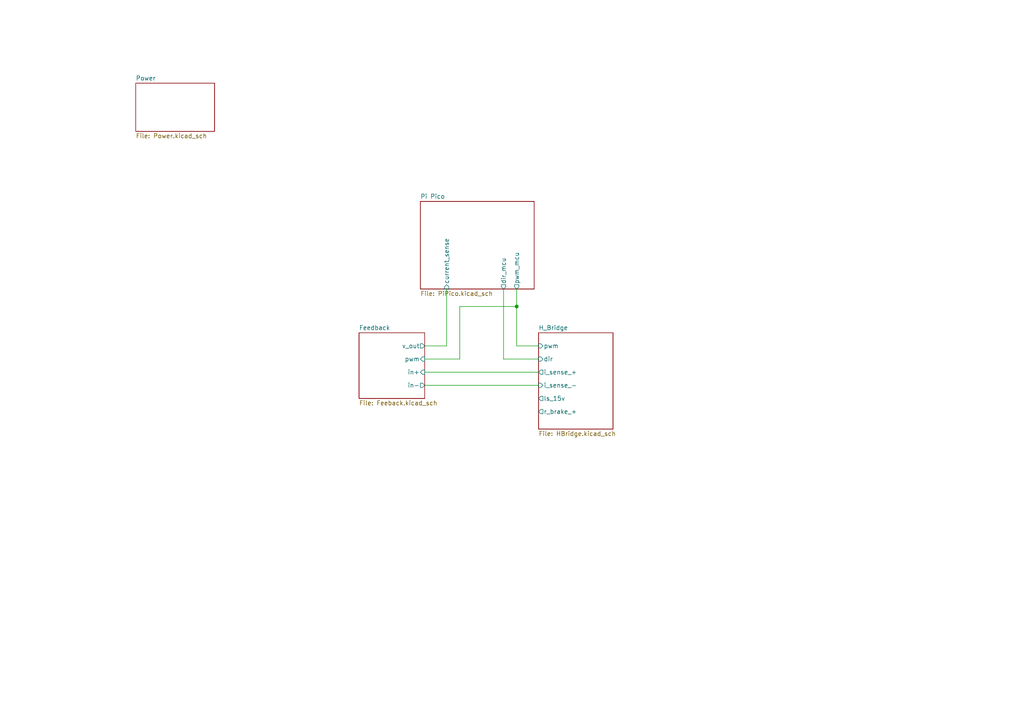
<source format=kicad_sch>
(kicad_sch
	(version 20250114)
	(generator "eeschema")
	(generator_version "9.0")
	(uuid "319bc5c0-2dd5-4df3-a34b-9170833ebccd")
	(paper "A4")
	(lib_symbols)
	(junction
		(at 149.86 88.9)
		(diameter 0)
		(color 0 0 0 0)
		(uuid "8574cf69-a913-43ab-9aca-9fb80619adda")
	)
	(wire
		(pts
			(xy 133.35 104.14) (xy 133.35 88.9)
		)
		(stroke
			(width 0)
			(type default)
		)
		(uuid "00f78397-36e9-431b-b9d8-e3d5322c23ba")
	)
	(wire
		(pts
			(xy 123.19 111.76) (xy 156.21 111.76)
		)
		(stroke
			(width 0)
			(type default)
		)
		(uuid "07334200-9145-4997-9a07-d10e77d88e83")
	)
	(wire
		(pts
			(xy 123.19 100.33) (xy 129.54 100.33)
		)
		(stroke
			(width 0)
			(type default)
		)
		(uuid "145dd403-1c8a-49ec-859b-fe7a103cf249")
	)
	(wire
		(pts
			(xy 123.19 104.14) (xy 133.35 104.14)
		)
		(stroke
			(width 0)
			(type default)
		)
		(uuid "2b483ee0-81fc-4c8b-8ab1-0bca98404ee8")
	)
	(wire
		(pts
			(xy 146.05 83.82) (xy 146.05 104.14)
		)
		(stroke
			(width 0)
			(type default)
		)
		(uuid "2bdf8ae0-e787-41b7-93c9-86aeb6fc2c37")
	)
	(wire
		(pts
			(xy 149.86 88.9) (xy 149.86 83.82)
		)
		(stroke
			(width 0)
			(type default)
		)
		(uuid "6979369e-cc55-4c0f-ac73-61e3ddb1b336")
	)
	(wire
		(pts
			(xy 156.21 100.33) (xy 149.86 100.33)
		)
		(stroke
			(width 0)
			(type default)
		)
		(uuid "84f7d38e-61fe-4354-8464-cc33b7ec355f")
	)
	(wire
		(pts
			(xy 123.19 107.95) (xy 156.21 107.95)
		)
		(stroke
			(width 0)
			(type default)
		)
		(uuid "891ab306-dbdb-4283-9f62-6bfd57c514df")
	)
	(wire
		(pts
			(xy 149.86 88.9) (xy 149.86 100.33)
		)
		(stroke
			(width 0)
			(type default)
		)
		(uuid "b66d8e2b-4c84-4bab-950f-375e2f654782")
	)
	(wire
		(pts
			(xy 129.54 83.82) (xy 129.54 100.33)
		)
		(stroke
			(width 0)
			(type default)
		)
		(uuid "c3784f71-b5ee-4293-aa04-6ca01f9fb06d")
	)
	(wire
		(pts
			(xy 133.35 88.9) (xy 149.86 88.9)
		)
		(stroke
			(width 0)
			(type default)
		)
		(uuid "d57d9815-4f99-475e-a809-e2baff0a8a78")
	)
	(wire
		(pts
			(xy 146.05 104.14) (xy 156.21 104.14)
		)
		(stroke
			(width 0)
			(type default)
		)
		(uuid "dd8bc928-d3d3-4209-9814-106fe02be456")
	)
	(sheet
		(at 39.37 24.13)
		(size 22.86 13.97)
		(exclude_from_sim no)
		(in_bom yes)
		(on_board yes)
		(dnp no)
		(fields_autoplaced yes)
		(stroke
			(width 0.1524)
			(type solid)
		)
		(fill
			(color 0 0 0 0.0000)
		)
		(uuid "1fa0373b-ff98-4bf0-acad-d32450f2dcd0")
		(property "Sheetname" "Power"
			(at 39.37 23.4184 0)
			(effects
				(font
					(size 1.27 1.27)
				)
				(justify left bottom)
			)
		)
		(property "Sheetfile" "Power.kicad_sch"
			(at 39.37 38.6846 0)
			(effects
				(font
					(size 1.27 1.27)
				)
				(justify left top)
			)
		)
		(instances
			(project "120VDC Treadmill Motor Controller"
				(path "/319bc5c0-2dd5-4df3-a34b-9170833ebccd"
					(page "2")
				)
			)
		)
	)
	(sheet
		(at 104.14 96.52)
		(size 19.05 19.05)
		(exclude_from_sim no)
		(in_bom yes)
		(on_board yes)
		(dnp no)
		(fields_autoplaced yes)
		(stroke
			(width 0.1524)
			(type solid)
		)
		(fill
			(color 0 0 0 0.0000)
		)
		(uuid "23f081f2-fcb5-4e72-b320-a9766db11ad0")
		(property "Sheetname" "Feedback"
			(at 104.14 95.8084 0)
			(effects
				(font
					(size 1.27 1.27)
				)
				(justify left bottom)
			)
		)
		(property "Sheetfile" "Feeback.kicad_sch"
			(at 104.14 116.1546 0)
			(effects
				(font
					(size 1.27 1.27)
				)
				(justify left top)
			)
		)
		(pin "in+" input
			(at 123.19 107.95 0)
			(uuid "6bae7488-54f7-4669-b02c-88e681ba2de5")
			(effects
				(font
					(size 1.27 1.27)
				)
				(justify right)
			)
		)
		(pin "in-" output
			(at 123.19 111.76 0)
			(uuid "e55e94eb-c4df-4e52-a8a2-1a83118ae667")
			(effects
				(font
					(size 1.27 1.27)
				)
				(justify right)
			)
		)
		(pin "pwm" input
			(at 123.19 104.14 0)
			(uuid "f97f2e06-751a-4fe9-8a8f-0c4d52819f00")
			(effects
				(font
					(size 1.27 1.27)
				)
				(justify right)
			)
		)
		(pin "v_out" output
			(at 123.19 100.33 0)
			(uuid "772b7e6b-3283-4447-98fc-4cee1f36b699")
			(effects
				(font
					(size 1.27 1.27)
				)
				(justify right)
			)
		)
		(instances
			(project "120VDC Treadmill Motor Controller"
				(path "/319bc5c0-2dd5-4df3-a34b-9170833ebccd"
					(page "5")
				)
			)
		)
	)
	(sheet
		(at 156.21 96.52)
		(size 21.59 27.94)
		(exclude_from_sim no)
		(in_bom yes)
		(on_board yes)
		(dnp no)
		(fields_autoplaced yes)
		(stroke
			(width 0.1524)
			(type solid)
		)
		(fill
			(color 0 0 0 0.0000)
		)
		(uuid "49a5a11b-8174-445d-b343-1fe5ec8c60de")
		(property "Sheetname" "H_Bridge"
			(at 156.21 95.8084 0)
			(effects
				(font
					(size 1.27 1.27)
				)
				(justify left bottom)
			)
		)
		(property "Sheetfile" "HBridge.kicad_sch"
			(at 156.21 125.0446 0)
			(effects
				(font
					(size 1.27 1.27)
				)
				(justify left top)
			)
		)
		(pin "dir" input
			(at 156.21 104.14 180)
			(uuid "6151e9e0-e8e8-4431-9afa-f6349d899adf")
			(effects
				(font
					(size 1.27 1.27)
				)
				(justify left)
			)
		)
		(pin "i_sense_+" output
			(at 156.21 107.95 180)
			(uuid "369f0efd-4a21-4bb3-aa06-da5819d47f29")
			(effects
				(font
					(size 1.27 1.27)
				)
				(justify left)
			)
		)
		(pin "i_sense_-" input
			(at 156.21 111.76 180)
			(uuid "6bda7a6b-ba4d-4b39-8b55-fee5501bcf49")
			(effects
				(font
					(size 1.27 1.27)
				)
				(justify left)
			)
		)
		(pin "ls_15v" output
			(at 156.21 115.57 180)
			(uuid "08f4f50f-49b5-4766-94ed-c5ecf190630d")
			(effects
				(font
					(size 1.27 1.27)
				)
				(justify left)
			)
		)
		(pin "pwm" input
			(at 156.21 100.33 180)
			(uuid "44dc4243-96db-4a62-8394-0442053b7395")
			(effects
				(font
					(size 1.27 1.27)
				)
				(justify left)
			)
		)
		(pin "r_brake_+" output
			(at 156.21 119.38 180)
			(uuid "f42d8ba0-f76f-44f4-a63a-30eba10db466")
			(effects
				(font
					(size 1.27 1.27)
				)
				(justify left)
			)
		)
		(instances
			(project "120VDC Treadmill Motor Controller"
				(path "/319bc5c0-2dd5-4df3-a34b-9170833ebccd"
					(page "4")
				)
			)
		)
	)
	(sheet
		(at 121.92 58.42)
		(size 33.02 25.4)
		(exclude_from_sim no)
		(in_bom yes)
		(on_board yes)
		(dnp no)
		(fields_autoplaced yes)
		(stroke
			(width 0.1524)
			(type solid)
		)
		(fill
			(color 0 0 0 0.0000)
		)
		(uuid "dc45a2ff-df18-49a4-81ff-80d10381c9e9")
		(property "Sheetname" "Pi Pico"
			(at 121.92 57.7084 0)
			(effects
				(font
					(size 1.27 1.27)
				)
				(justify left bottom)
			)
		)
		(property "Sheetfile" "PiPico.kicad_sch"
			(at 121.92 84.4046 0)
			(effects
				(font
					(size 1.27 1.27)
				)
				(justify left top)
			)
		)
		(pin "current_sense" input
			(at 129.54 83.82 270)
			(uuid "a6a8611a-db30-4677-872e-46a99c13a715")
			(effects
				(font
					(size 1.27 1.27)
				)
				(justify left)
			)
		)
		(pin "pwm_mcu" output
			(at 149.86 83.82 270)
			(uuid "001a0998-3515-4792-be66-7ba07f7814c5")
			(effects
				(font
					(size 1.27 1.27)
				)
				(justify left)
			)
		)
		(pin "dir_mcu" output
			(at 146.05 83.82 270)
			(uuid "4bc8fe48-1b39-4a41-b7c9-1c862ef3f868")
			(effects
				(font
					(size 1.27 1.27)
				)
				(justify left)
			)
		)
		(instances
			(project "120VDC Treadmill Motor Controller"
				(path "/319bc5c0-2dd5-4df3-a34b-9170833ebccd"
					(page "3")
				)
			)
		)
	)
	(sheet_instances
		(path "/"
			(page "1")
		)
	)
	(embedded_fonts no)
)

</source>
